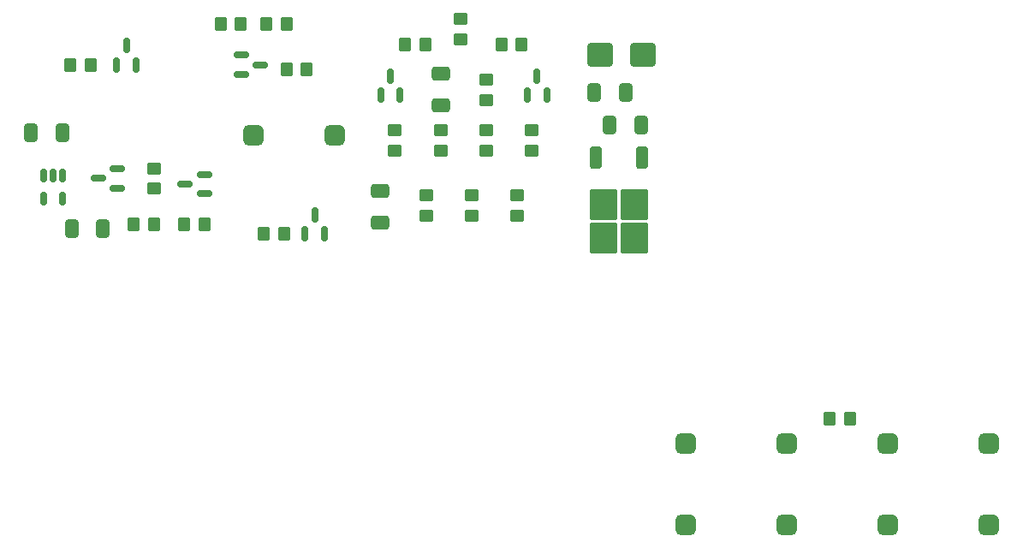
<source format=gtp>
%TF.GenerationSoftware,KiCad,Pcbnew,7.0.1*%
%TF.CreationDate,2023-04-21T09:18:26-07:00*%
%TF.ProjectId,lipo_drainer_schematic,6c69706f-5f64-4726-9169-6e65725f7363,rev?*%
%TF.SameCoordinates,Original*%
%TF.FileFunction,Paste,Top*%
%TF.FilePolarity,Positive*%
%FSLAX46Y46*%
G04 Gerber Fmt 4.6, Leading zero omitted, Abs format (unit mm)*
G04 Created by KiCad (PCBNEW 7.0.1) date 2023-04-21 09:18:26*
%MOMM*%
%LPD*%
G01*
G04 APERTURE LIST*
G04 Aperture macros list*
%AMRoundRect*
0 Rectangle with rounded corners*
0 $1 Rounding radius*
0 $2 $3 $4 $5 $6 $7 $8 $9 X,Y pos of 4 corners*
0 Add a 4 corners polygon primitive as box body*
4,1,4,$2,$3,$4,$5,$6,$7,$8,$9,$2,$3,0*
0 Add four circle primitives for the rounded corners*
1,1,$1+$1,$2,$3*
1,1,$1+$1,$4,$5*
1,1,$1+$1,$6,$7*
1,1,$1+$1,$8,$9*
0 Add four rect primitives between the rounded corners*
20,1,$1+$1,$2,$3,$4,$5,0*
20,1,$1+$1,$4,$5,$6,$7,0*
20,1,$1+$1,$6,$7,$8,$9,0*
20,1,$1+$1,$8,$9,$2,$3,0*%
G04 Aperture macros list end*
%ADD10RoundRect,0.250000X0.412500X0.650000X-0.412500X0.650000X-0.412500X-0.650000X0.412500X-0.650000X0*%
%ADD11RoundRect,0.250000X-0.450000X0.350000X-0.450000X-0.350000X0.450000X-0.350000X0.450000X0.350000X0*%
%ADD12RoundRect,0.150000X-0.150000X0.512500X-0.150000X-0.512500X0.150000X-0.512500X0.150000X0.512500X0*%
%ADD13RoundRect,0.150000X0.587500X0.150000X-0.587500X0.150000X-0.587500X-0.150000X0.587500X-0.150000X0*%
%ADD14RoundRect,0.500000X-0.500000X-0.500000X0.500000X-0.500000X0.500000X0.500000X-0.500000X0.500000X0*%
%ADD15RoundRect,0.250000X-0.650000X0.412500X-0.650000X-0.412500X0.650000X-0.412500X0.650000X0.412500X0*%
%ADD16RoundRect,0.250000X0.450000X-0.350000X0.450000X0.350000X-0.450000X0.350000X-0.450000X-0.350000X0*%
%ADD17RoundRect,0.500000X0.500000X-0.500000X0.500000X0.500000X-0.500000X0.500000X-0.500000X-0.500000X0*%
%ADD18RoundRect,0.250000X0.350000X0.450000X-0.350000X0.450000X-0.350000X-0.450000X0.350000X-0.450000X0*%
%ADD19RoundRect,0.250000X-0.412500X-0.650000X0.412500X-0.650000X0.412500X0.650000X-0.412500X0.650000X0*%
%ADD20RoundRect,0.500000X0.500000X0.500000X-0.500000X0.500000X-0.500000X-0.500000X0.500000X-0.500000X0*%
%ADD21RoundRect,0.250000X0.650000X-0.412500X0.650000X0.412500X-0.650000X0.412500X-0.650000X-0.412500X0*%
%ADD22RoundRect,0.250000X-0.350000X-0.450000X0.350000X-0.450000X0.350000X0.450000X-0.350000X0.450000X0*%
%ADD23RoundRect,0.250000X-0.350000X0.850000X-0.350000X-0.850000X0.350000X-0.850000X0.350000X0.850000X0*%
%ADD24RoundRect,0.250000X-1.125000X1.275000X-1.125000X-1.275000X1.125000X-1.275000X1.125000X1.275000X0*%
%ADD25RoundRect,0.250000X-1.000000X-0.900000X1.000000X-0.900000X1.000000X0.900000X-1.000000X0.900000X0*%
%ADD26RoundRect,0.150000X0.150000X-0.587500X0.150000X0.587500X-0.150000X0.587500X-0.150000X-0.587500X0*%
%ADD27RoundRect,0.150000X-0.587500X-0.150000X0.587500X-0.150000X0.587500X0.150000X-0.587500X0.150000X0*%
G04 APERTURE END LIST*
D10*
%TO.C,C1*%
X93875000Y-89000000D03*
X90750000Y-89000000D03*
%TD*%
D11*
%TO.C,R9*%
X138800000Y-95200000D03*
X138800000Y-97200000D03*
%TD*%
D12*
%TO.C,U3*%
X93875000Y-93225000D03*
X92925000Y-93225000D03*
X91975000Y-93225000D03*
X91975000Y-95500000D03*
X93875000Y-95500000D03*
%TD*%
D13*
%TO.C,Q1*%
X107875000Y-95000000D03*
X107875000Y-93100000D03*
X106000000Y-94050000D03*
%TD*%
D14*
%TO.C,SW1*%
X165500000Y-127750000D03*
X165500000Y-119750000D03*
%TD*%
D15*
%TO.C,C4*%
X131250000Y-83125000D03*
X131250000Y-86250000D03*
%TD*%
D16*
%TO.C,R25*%
X135750000Y-85750000D03*
X135750000Y-83750000D03*
%TD*%
D11*
%TO.C,R18*%
X140250000Y-88750000D03*
X140250000Y-90750000D03*
%TD*%
D17*
%TO.C,SW4*%
X120750000Y-89250000D03*
X112750000Y-89250000D03*
%TD*%
D18*
%TO.C,R7*%
X115750000Y-99000000D03*
X113750000Y-99000000D03*
%TD*%
D16*
%TO.C,R10*%
X134300000Y-97200000D03*
X134300000Y-95200000D03*
%TD*%
D19*
%TO.C,C2*%
X94750000Y-98500000D03*
X97875000Y-98500000D03*
%TD*%
D20*
%TO.C,SW5*%
X155500000Y-119750000D03*
X155500000Y-127750000D03*
%TD*%
D21*
%TO.C,C3*%
X125300000Y-97825000D03*
X125300000Y-94700000D03*
%TD*%
D13*
%TO.C,Q2*%
X99312500Y-94450000D03*
X99312500Y-92550000D03*
X97437500Y-93500000D03*
%TD*%
D20*
%TO.C,SW2*%
X175500000Y-119750000D03*
X175500000Y-127750000D03*
%TD*%
D10*
%TO.C,C6*%
X151125000Y-88200000D03*
X148000000Y-88200000D03*
%TD*%
D22*
%TO.C,R8*%
X109500000Y-78250000D03*
X111500000Y-78250000D03*
%TD*%
D11*
%TO.C,R16*%
X133250000Y-77750000D03*
X133250000Y-79750000D03*
%TD*%
D22*
%TO.C,R17*%
X127750000Y-80250000D03*
X129750000Y-80250000D03*
%TD*%
D11*
%TO.C,R14*%
X131250000Y-88750000D03*
X131250000Y-90750000D03*
%TD*%
D18*
%TO.C,R21*%
X96625000Y-82250000D03*
X94625000Y-82250000D03*
%TD*%
D23*
%TO.C,U1*%
X151205000Y-91425000D03*
D24*
X150450000Y-96050000D03*
X147400000Y-96050000D03*
X150450000Y-99400000D03*
X147400000Y-99400000D03*
D23*
X146645000Y-91425000D03*
%TD*%
D11*
%TO.C,R2*%
X102875000Y-92500000D03*
X102875000Y-94500000D03*
%TD*%
D16*
%TO.C,R15*%
X126750000Y-90750000D03*
X126750000Y-88750000D03*
%TD*%
D22*
%TO.C,R26*%
X169750000Y-117250000D03*
X171750000Y-117250000D03*
%TD*%
D18*
%TO.C,R1*%
X107875000Y-98000000D03*
X105875000Y-98000000D03*
%TD*%
D16*
%TO.C,R19*%
X135750000Y-90750000D03*
X135750000Y-88750000D03*
%TD*%
D22*
%TO.C,R3*%
X100875000Y-98000000D03*
X102875000Y-98000000D03*
%TD*%
D25*
%TO.C,D1*%
X147000000Y-81250000D03*
X151300000Y-81250000D03*
%TD*%
D26*
%TO.C,U4*%
X117850000Y-99000000D03*
X119750000Y-99000000D03*
X118800000Y-97125000D03*
%TD*%
D27*
%TO.C,Q5*%
X111562500Y-81300000D03*
X111562500Y-83200000D03*
X113437500Y-82250000D03*
%TD*%
D26*
%TO.C,Q9*%
X139850000Y-85250000D03*
X141750000Y-85250000D03*
X140800000Y-83375000D03*
%TD*%
D20*
%TO.C,SW3*%
X185500000Y-119750000D03*
X185500000Y-127750000D03*
%TD*%
D26*
%TO.C,Q6*%
X125350000Y-85250000D03*
X127250000Y-85250000D03*
X126300000Y-83375000D03*
%TD*%
%TO.C,U5*%
X99225000Y-82250000D03*
X101125000Y-82250000D03*
X100175000Y-80375000D03*
%TD*%
D18*
%TO.C,R12*%
X116000000Y-78250000D03*
X114000000Y-78250000D03*
%TD*%
%TO.C,R20*%
X139250000Y-80250000D03*
X137250000Y-80250000D03*
%TD*%
D11*
%TO.C,R11*%
X129800000Y-95200000D03*
X129800000Y-97200000D03*
%TD*%
D22*
%TO.C,R13*%
X116000000Y-82750000D03*
X118000000Y-82750000D03*
%TD*%
D19*
%TO.C,C5*%
X146475000Y-85000000D03*
X149600000Y-85000000D03*
%TD*%
M02*

</source>
